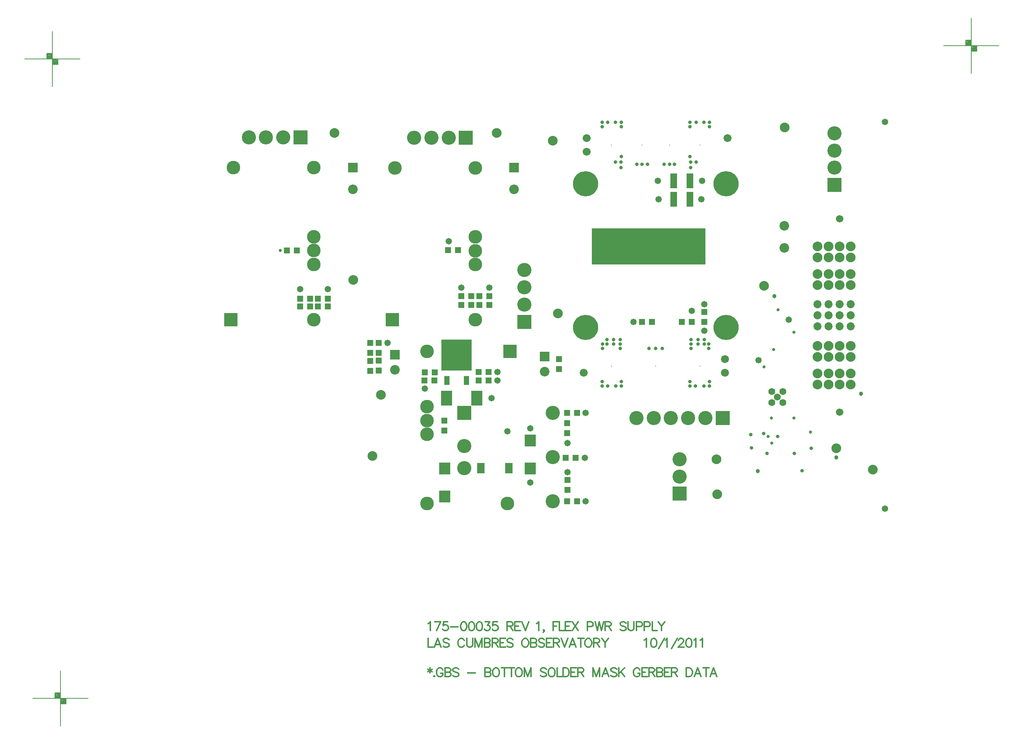
<source format=gbs>
%FSLAX23Y23*%
%MOIN*%
G70*
G01*
G75*
G04 Layer_Color=16711935*
%ADD10O,0.024X0.079*%
%ADD11R,0.036X0.036*%
%ADD12O,0.014X0.067*%
%ADD13R,0.059X0.039*%
%ADD14R,0.050X0.050*%
%ADD15C,0.010*%
%ADD16C,0.020*%
%ADD17C,0.012*%
%ADD18C,0.008*%
%ADD19C,0.012*%
%ADD20C,0.012*%
%ADD21C,0.032*%
%ADD22C,0.233*%
%ADD23C,0.220*%
%ADD24C,0.064*%
%ADD25C,0.020*%
%ADD26C,0.115*%
%ADD27R,0.115X0.115*%
%ADD28C,0.079*%
%ADD29C,0.080*%
%ADD30C,0.065*%
%ADD31C,0.059*%
%ADD32C,0.055*%
%ADD33R,0.120X0.120*%
%ADD34C,0.120*%
%ADD35R,0.120X0.120*%
%ADD36R,0.079X0.079*%
%ADD37C,0.050*%
%ADD38C,0.024*%
%ADD39C,0.030*%
%ADD40C,0.040*%
%ADD41C,0.072*%
%ADD42C,0.056*%
%ADD43C,0.206*%
%ADD44C,0.104*%
%ADD45C,0.118*%
G04:AMPARAMS|DCode=46|XSize=138mil|YSize=138mil|CornerRadius=0mil|HoleSize=0mil|Usage=FLASHONLY|Rotation=0.000|XOffset=0mil|YOffset=0mil|HoleType=Round|Shape=Relief|Width=10mil|Gap=10mil|Entries=4|*
%AMTHD46*
7,0,0,0.138,0.118,0.010,45*
%
%ADD46THD46*%
G04:AMPARAMS|DCode=47|XSize=107.244mil|YSize=107.244mil|CornerRadius=0mil|HoleSize=0mil|Usage=FLASHONLY|Rotation=0.000|XOffset=0mil|YOffset=0mil|HoleType=Round|Shape=Relief|Width=10mil|Gap=10mil|Entries=4|*
%AMTHD47*
7,0,0,0.107,0.087,0.010,45*
%
%ADD47THD47*%
G04:AMPARAMS|DCode=48|XSize=112mil|YSize=112mil|CornerRadius=0mil|HoleSize=0mil|Usage=FLASHONLY|Rotation=0.000|XOffset=0mil|YOffset=0mil|HoleType=Round|Shape=Relief|Width=10mil|Gap=10mil|Entries=4|*
%AMTHD48*
7,0,0,0.112,0.092,0.010,45*
%
%ADD48THD48*%
%ADD49C,0.092*%
%ADD50C,0.190*%
%ADD51C,0.073*%
%ADD52C,0.110*%
%ADD53C,0.087*%
G04:AMPARAMS|DCode=54|XSize=130mil|YSize=130mil|CornerRadius=0mil|HoleSize=0mil|Usage=FLASHONLY|Rotation=0.000|XOffset=0mil|YOffset=0mil|HoleType=Round|Shape=Relief|Width=10mil|Gap=10mil|Entries=4|*
%AMTHD54*
7,0,0,0.130,0.110,0.010,45*
%
%ADD54THD54*%
%ADD55C,0.150*%
%ADD56C,0.068*%
G04:AMPARAMS|DCode=57|XSize=88mil|YSize=88mil|CornerRadius=0mil|HoleSize=0mil|Usage=FLASHONLY|Rotation=0.000|XOffset=0mil|YOffset=0mil|HoleType=Round|Shape=Relief|Width=10mil|Gap=10mil|Entries=4|*
%AMTHD57*
7,0,0,0.088,0.068,0.010,45*
%
%ADD57THD57*%
%ADD58C,0.055*%
G04:AMPARAMS|DCode=59|XSize=100mil|YSize=100mil|CornerRadius=0mil|HoleSize=0mil|Usage=FLASHONLY|Rotation=0.000|XOffset=0mil|YOffset=0mil|HoleType=Round|Shape=Relief|Width=10mil|Gap=10mil|Entries=4|*
%AMTHD59*
7,0,0,0.100,0.080,0.010,45*
%
%ADD59THD59*%
G04:AMPARAMS|DCode=60|XSize=93.465mil|YSize=93.465mil|CornerRadius=0mil|HoleSize=0mil|Usage=FLASHONLY|Rotation=0.000|XOffset=0mil|YOffset=0mil|HoleType=Round|Shape=Relief|Width=10mil|Gap=10mil|Entries=4|*
%AMTHD60*
7,0,0,0.093,0.073,0.010,45*
%
%ADD60THD60*%
G04:AMPARAMS|DCode=61|XSize=70mil|YSize=70mil|CornerRadius=0mil|HoleSize=0mil|Usage=FLASHONLY|Rotation=0.000|XOffset=0mil|YOffset=0mil|HoleType=Round|Shape=Relief|Width=10mil|Gap=10mil|Entries=4|*
%AMTHD61*
7,0,0,0.070,0.050,0.010,45*
%
%ADD61THD61*%
G04:AMPARAMS|DCode=62|XSize=75mil|YSize=75mil|CornerRadius=0mil|HoleSize=0mil|Usage=FLASHONLY|Rotation=0.000|XOffset=0mil|YOffset=0mil|HoleType=Round|Shape=Relief|Width=10mil|Gap=10mil|Entries=4|*
%AMTHD62*
7,0,0,0.075,0.055,0.010,45*
%
%ADD62THD62*%
%ADD63R,0.037X0.075*%
%ADD64R,0.268X0.272*%
%ADD65R,0.094X0.102*%
%ADD66R,0.050X0.050*%
%ADD67R,0.094X0.130*%
%ADD68R,0.059X0.087*%
%ADD69R,0.055X0.130*%
%ADD70C,0.050*%
%ADD71C,0.025*%
%ADD72C,0.007*%
%ADD73C,0.010*%
%ADD74C,0.024*%
%ADD75C,0.010*%
%ADD76C,0.008*%
%ADD77C,0.006*%
%ADD78C,0.007*%
%ADD79R,0.190X0.123*%
%ADD80R,0.230X0.340*%
%ADD81R,0.240X0.280*%
%ADD82R,0.230X0.275*%
%ADD83R,0.230X0.315*%
%ADD84O,0.032X0.087*%
%ADD85R,0.044X0.044*%
%ADD86O,0.022X0.075*%
%ADD87R,0.067X0.047*%
%ADD88R,0.058X0.058*%
%ADD89C,0.241*%
%ADD90C,0.228*%
%ADD91C,0.028*%
%ADD92C,0.123*%
%ADD93R,0.123X0.123*%
%ADD94C,0.087*%
%ADD95C,0.088*%
%ADD96C,0.073*%
%ADD97C,0.067*%
%ADD98C,0.063*%
%ADD99R,0.128X0.128*%
%ADD100C,0.128*%
%ADD101R,0.128X0.128*%
%ADD102R,0.087X0.087*%
%ADD103C,0.058*%
%ADD104C,0.038*%
%ADD105R,1.028X0.327*%
%ADD106R,0.045X0.083*%
%ADD107R,0.276X0.280*%
%ADD108R,0.102X0.110*%
%ADD109R,0.058X0.058*%
%ADD110R,0.102X0.138*%
%ADD111R,0.067X0.095*%
%ADD112R,0.063X0.138*%
%ADD113C,0.008*%
D17*
X49088Y30644D02*
Y30598D01*
X49069Y30633D02*
X49107Y30610D01*
Y30633D02*
X49069Y30610D01*
X49127Y30572D02*
X49123Y30568D01*
X49127Y30564D01*
X49131Y30568D01*
X49127Y30572D01*
X49205Y30625D02*
X49201Y30633D01*
X49194Y30640D01*
X49186Y30644D01*
X49171D01*
X49163Y30640D01*
X49156Y30633D01*
X49152Y30625D01*
X49148Y30614D01*
Y30594D01*
X49152Y30583D01*
X49156Y30575D01*
X49163Y30568D01*
X49171Y30564D01*
X49186D01*
X49194Y30568D01*
X49201Y30575D01*
X49205Y30583D01*
Y30594D01*
X49186D02*
X49205D01*
X49224Y30644D02*
Y30564D01*
Y30644D02*
X49258D01*
X49269Y30640D01*
X49273Y30636D01*
X49277Y30629D01*
Y30621D01*
X49273Y30614D01*
X49269Y30610D01*
X49258Y30606D01*
X49224D02*
X49258D01*
X49269Y30602D01*
X49273Y30598D01*
X49277Y30591D01*
Y30579D01*
X49273Y30572D01*
X49269Y30568D01*
X49258Y30564D01*
X49224D01*
X49348Y30633D02*
X49340Y30640D01*
X49329Y30644D01*
X49314D01*
X49302Y30640D01*
X49295Y30633D01*
Y30625D01*
X49299Y30617D01*
X49302Y30614D01*
X49310Y30610D01*
X49333Y30602D01*
X49340Y30598D01*
X49344Y30594D01*
X49348Y30587D01*
Y30575D01*
X49340Y30568D01*
X49329Y30564D01*
X49314D01*
X49302Y30568D01*
X49295Y30575D01*
X49429Y30598D02*
X49497D01*
X49584Y30644D02*
Y30564D01*
Y30644D02*
X49618D01*
X49630Y30640D01*
X49633Y30636D01*
X49637Y30629D01*
Y30621D01*
X49633Y30614D01*
X49630Y30610D01*
X49618Y30606D01*
X49584D02*
X49618D01*
X49630Y30602D01*
X49633Y30598D01*
X49637Y30591D01*
Y30579D01*
X49633Y30572D01*
X49630Y30568D01*
X49618Y30564D01*
X49584D01*
X49678Y30644D02*
X49670Y30640D01*
X49663Y30633D01*
X49659Y30625D01*
X49655Y30614D01*
Y30594D01*
X49659Y30583D01*
X49663Y30575D01*
X49670Y30568D01*
X49678Y30564D01*
X49693D01*
X49701Y30568D01*
X49708Y30575D01*
X49712Y30583D01*
X49716Y30594D01*
Y30614D01*
X49712Y30625D01*
X49708Y30633D01*
X49701Y30640D01*
X49693Y30644D01*
X49678D01*
X49761D02*
Y30564D01*
X49735Y30644D02*
X49788D01*
X49824D02*
Y30564D01*
X49798Y30644D02*
X49851D01*
X49883D02*
X49876Y30640D01*
X49868Y30633D01*
X49864Y30625D01*
X49860Y30614D01*
Y30594D01*
X49864Y30583D01*
X49868Y30575D01*
X49876Y30568D01*
X49883Y30564D01*
X49898D01*
X49906Y30568D01*
X49914Y30575D01*
X49918Y30583D01*
X49921Y30594D01*
Y30614D01*
X49918Y30625D01*
X49914Y30633D01*
X49906Y30640D01*
X49898Y30644D01*
X49883D01*
X49940D02*
Y30564D01*
Y30644D02*
X49970Y30564D01*
X50001Y30644D02*
X49970Y30564D01*
X50001Y30644D02*
Y30564D01*
X50140Y30633D02*
X50132Y30640D01*
X50121Y30644D01*
X50106D01*
X50094Y30640D01*
X50087Y30633D01*
Y30625D01*
X50090Y30617D01*
X50094Y30614D01*
X50102Y30610D01*
X50125Y30602D01*
X50132Y30598D01*
X50136Y30594D01*
X50140Y30587D01*
Y30575D01*
X50132Y30568D01*
X50121Y30564D01*
X50106D01*
X50094Y30568D01*
X50087Y30575D01*
X50181Y30644D02*
X50173Y30640D01*
X50165Y30633D01*
X50162Y30625D01*
X50158Y30614D01*
Y30594D01*
X50162Y30583D01*
X50165Y30575D01*
X50173Y30568D01*
X50181Y30564D01*
X50196D01*
X50204Y30568D01*
X50211Y30575D01*
X50215Y30583D01*
X50219Y30594D01*
Y30614D01*
X50215Y30625D01*
X50211Y30633D01*
X50204Y30640D01*
X50196Y30644D01*
X50181D01*
X50237D02*
Y30564D01*
X50283D01*
X50292Y30644D02*
Y30564D01*
Y30644D02*
X50319D01*
X50330Y30640D01*
X50338Y30633D01*
X50341Y30625D01*
X50345Y30614D01*
Y30594D01*
X50341Y30583D01*
X50338Y30575D01*
X50330Y30568D01*
X50319Y30564D01*
X50292D01*
X50413Y30644D02*
X50363D01*
Y30564D01*
X50413D01*
X50363Y30606D02*
X50394D01*
X50426Y30644D02*
Y30564D01*
Y30644D02*
X50460D01*
X50472Y30640D01*
X50475Y30636D01*
X50479Y30629D01*
Y30621D01*
X50475Y30614D01*
X50472Y30610D01*
X50460Y30606D01*
X50426D01*
X50453D02*
X50479Y30564D01*
X50560Y30644D02*
Y30564D01*
Y30644D02*
X50591Y30564D01*
X50621Y30644D02*
X50591Y30564D01*
X50621Y30644D02*
Y30564D01*
X50705D02*
X50674Y30644D01*
X50644Y30564D01*
X50655Y30591D02*
X50693D01*
X50777Y30633D02*
X50769Y30640D01*
X50758Y30644D01*
X50742D01*
X50731Y30640D01*
X50723Y30633D01*
Y30625D01*
X50727Y30617D01*
X50731Y30614D01*
X50739Y30610D01*
X50762Y30602D01*
X50769Y30598D01*
X50773Y30594D01*
X50777Y30587D01*
Y30575D01*
X50769Y30568D01*
X50758Y30564D01*
X50742D01*
X50731Y30568D01*
X50723Y30575D01*
X50795Y30644D02*
Y30564D01*
X50848Y30644D02*
X50795Y30591D01*
X50814Y30610D02*
X50848Y30564D01*
X50986Y30625D02*
X50982Y30633D01*
X50974Y30640D01*
X50967Y30644D01*
X50952D01*
X50944Y30640D01*
X50936Y30633D01*
X50933Y30625D01*
X50929Y30614D01*
Y30594D01*
X50933Y30583D01*
X50936Y30575D01*
X50944Y30568D01*
X50952Y30564D01*
X50967D01*
X50974Y30568D01*
X50982Y30575D01*
X50986Y30583D01*
Y30594D01*
X50967D02*
X50986D01*
X51054Y30644D02*
X51004D01*
Y30564D01*
X51054D01*
X51004Y30606D02*
X51035D01*
X51067Y30644D02*
Y30564D01*
Y30644D02*
X51101D01*
X51113Y30640D01*
X51116Y30636D01*
X51120Y30629D01*
Y30621D01*
X51116Y30614D01*
X51113Y30610D01*
X51101Y30606D01*
X51067D01*
X51094D02*
X51120Y30564D01*
X51138Y30644D02*
Y30564D01*
Y30644D02*
X51172D01*
X51184Y30640D01*
X51188Y30636D01*
X51192Y30629D01*
Y30621D01*
X51188Y30614D01*
X51184Y30610D01*
X51172Y30606D01*
X51138D02*
X51172D01*
X51184Y30602D01*
X51188Y30598D01*
X51192Y30591D01*
Y30579D01*
X51188Y30572D01*
X51184Y30568D01*
X51172Y30564D01*
X51138D01*
X51259Y30644D02*
X51209D01*
Y30564D01*
X51259D01*
X51209Y30606D02*
X51240D01*
X51272Y30644D02*
Y30564D01*
Y30644D02*
X51307D01*
X51318Y30640D01*
X51322Y30636D01*
X51326Y30629D01*
Y30621D01*
X51322Y30614D01*
X51318Y30610D01*
X51307Y30606D01*
X51272D01*
X51299D02*
X51326Y30564D01*
X51406Y30644D02*
Y30564D01*
Y30644D02*
X51433D01*
X51444Y30640D01*
X51452Y30633D01*
X51456Y30625D01*
X51460Y30614D01*
Y30594D01*
X51456Y30583D01*
X51452Y30575D01*
X51444Y30568D01*
X51433Y30564D01*
X51406D01*
X51538D02*
X51508Y30644D01*
X51478Y30564D01*
X51489Y30591D02*
X51527D01*
X51584Y30644D02*
Y30564D01*
X51557Y30644D02*
X51610D01*
X51681Y30564D02*
X51650Y30644D01*
X51620Y30564D01*
X51631Y30591D02*
X51670D01*
D18*
X45497Y30370D02*
X45997D01*
X45747Y30120D02*
Y30620D01*
X45697Y30370D02*
Y30420D01*
X45747D01*
X45797Y30320D02*
Y30370D01*
X45747Y30320D02*
X45797D01*
X45752Y30365D02*
X45792D01*
Y30325D02*
Y30365D01*
X45752Y30325D02*
X45792D01*
X45752D02*
Y30365D01*
X45757Y30360D02*
X45787D01*
Y30330D02*
Y30360D01*
X45757Y30330D02*
X45787D01*
X45757D02*
Y30355D01*
X45762D02*
X45782D01*
Y30335D02*
Y30355D01*
X45762Y30335D02*
X45782D01*
X45762D02*
Y30350D01*
X45767D02*
X45777D01*
Y30340D02*
Y30350D01*
X45767Y30340D02*
X45777D01*
X45767D02*
Y30350D01*
Y30345D02*
X45777D01*
X45702Y30415D02*
X45742D01*
Y30375D02*
Y30415D01*
X45702Y30375D02*
X45742D01*
X45702D02*
Y30415D01*
X45707Y30410D02*
X45737D01*
Y30380D02*
Y30410D01*
X45707Y30380D02*
X45737D01*
X45707D02*
Y30405D01*
X45712D02*
X45732D01*
Y30385D02*
Y30405D01*
X45712Y30385D02*
X45732D01*
X45712D02*
Y30400D01*
X45717D02*
X45727D01*
Y30390D02*
Y30400D01*
X45717Y30390D02*
X45727D01*
X45717D02*
Y30400D01*
Y30395D02*
X45727D01*
X45426Y36157D02*
X45926D01*
X45676Y35907D02*
Y36407D01*
X45626Y36157D02*
Y36207D01*
X45676D01*
X45726Y36107D02*
Y36157D01*
X45676Y36107D02*
X45726D01*
X45681Y36152D02*
X45721D01*
Y36112D02*
Y36152D01*
X45681Y36112D02*
X45721D01*
X45681D02*
Y36152D01*
X45686Y36147D02*
X45716D01*
Y36117D02*
Y36147D01*
X45686Y36117D02*
X45716D01*
X45686D02*
Y36142D01*
X45691D02*
X45711D01*
Y36122D02*
Y36142D01*
X45691Y36122D02*
X45711D01*
X45691D02*
Y36137D01*
X45696D02*
X45706D01*
Y36127D02*
Y36137D01*
X45696Y36127D02*
X45706D01*
X45696D02*
Y36137D01*
Y36132D02*
X45706D01*
X45631Y36202D02*
X45671D01*
Y36162D02*
Y36202D01*
X45631Y36162D02*
X45671D01*
X45631D02*
Y36202D01*
X45636Y36197D02*
X45666D01*
Y36167D02*
Y36197D01*
X45636Y36167D02*
X45666D01*
X45636D02*
Y36192D01*
X45641D02*
X45661D01*
Y36172D02*
Y36192D01*
X45641Y36172D02*
X45661D01*
X45641D02*
Y36187D01*
X45646D02*
X45656D01*
Y36177D02*
Y36187D01*
X45646Y36177D02*
X45656D01*
X45646D02*
Y36187D01*
Y36182D02*
X45656D01*
X53733Y36275D02*
X54233D01*
X53983Y36025D02*
Y36525D01*
X53933Y36275D02*
Y36325D01*
X53983D01*
X54033Y36225D02*
Y36275D01*
X53983Y36225D02*
X54033D01*
X53988Y36270D02*
X54028D01*
Y36230D02*
Y36270D01*
X53988Y36230D02*
X54028D01*
X53988D02*
Y36270D01*
X53993Y36265D02*
X54023D01*
Y36235D02*
Y36265D01*
X53993Y36235D02*
X54023D01*
X53993D02*
Y36260D01*
X53998D02*
X54018D01*
Y36240D02*
Y36260D01*
X53998Y36240D02*
X54018D01*
X53998D02*
Y36255D01*
X54003D02*
X54013D01*
Y36245D02*
Y36255D01*
X54003Y36245D02*
X54013D01*
X54003D02*
Y36255D01*
Y36250D02*
X54013D01*
X53938Y36320D02*
X53978D01*
Y36280D02*
Y36320D01*
X53938Y36280D02*
X53978D01*
X53938D02*
Y36320D01*
X53943Y36315D02*
X53973D01*
Y36285D02*
Y36315D01*
X53943Y36285D02*
X53973D01*
X53943D02*
Y36310D01*
X53948D02*
X53968D01*
Y36290D02*
Y36310D01*
X53948Y36290D02*
X53968D01*
X53948D02*
Y36305D01*
X53953D02*
X53963D01*
Y36295D02*
Y36305D01*
X53953Y36295D02*
X53963D01*
X53953D02*
Y36305D01*
Y36300D02*
X53963D01*
D19*
X49073Y31045D02*
X49081Y31049D01*
X49092Y31061D01*
Y30981D01*
X49185Y31061D02*
X49147Y30981D01*
X49132Y31061D02*
X49185D01*
X49249D02*
X49211D01*
X49207Y31026D01*
X49211Y31030D01*
X49222Y31034D01*
X49233D01*
X49245Y31030D01*
X49252Y31022D01*
X49256Y31011D01*
Y31003D01*
X49252Y30992D01*
X49245Y30984D01*
X49233Y30981D01*
X49222D01*
X49211Y30984D01*
X49207Y30988D01*
X49203Y30996D01*
X49274Y31015D02*
X49343D01*
X49389Y31061D02*
X49378Y31057D01*
X49370Y31045D01*
X49366Y31026D01*
Y31015D01*
X49370Y30996D01*
X49378Y30984D01*
X49389Y30981D01*
X49397D01*
X49408Y30984D01*
X49416Y30996D01*
X49420Y31015D01*
Y31026D01*
X49416Y31045D01*
X49408Y31057D01*
X49397Y31061D01*
X49389D01*
X49460D02*
X49449Y31057D01*
X49441Y31045D01*
X49438Y31026D01*
Y31015D01*
X49441Y30996D01*
X49449Y30984D01*
X49460Y30981D01*
X49468D01*
X49479Y30984D01*
X49487Y30996D01*
X49491Y31015D01*
Y31026D01*
X49487Y31045D01*
X49479Y31057D01*
X49468Y31061D01*
X49460D01*
X49532D02*
X49520Y31057D01*
X49513Y31045D01*
X49509Y31026D01*
Y31015D01*
X49513Y30996D01*
X49520Y30984D01*
X49532Y30981D01*
X49539D01*
X49551Y30984D01*
X49558Y30996D01*
X49562Y31015D01*
Y31026D01*
X49558Y31045D01*
X49551Y31057D01*
X49539Y31061D01*
X49532D01*
X49588D02*
X49629D01*
X49607Y31030D01*
X49618D01*
X49626Y31026D01*
X49629Y31022D01*
X49633Y31011D01*
Y31003D01*
X49629Y30992D01*
X49622Y30984D01*
X49610Y30981D01*
X49599D01*
X49588Y30984D01*
X49584Y30988D01*
X49580Y30996D01*
X49697Y31061D02*
X49659D01*
X49655Y31026D01*
X49659Y31030D01*
X49670Y31034D01*
X49682D01*
X49693Y31030D01*
X49701Y31022D01*
X49705Y31011D01*
Y31003D01*
X49701Y30992D01*
X49693Y30984D01*
X49682Y30981D01*
X49670D01*
X49659Y30984D01*
X49655Y30988D01*
X49651Y30996D01*
X49785Y31061D02*
Y30981D01*
Y31061D02*
X49820D01*
X49831Y31057D01*
X49835Y31053D01*
X49839Y31045D01*
Y31038D01*
X49835Y31030D01*
X49831Y31026D01*
X49820Y31022D01*
X49785D01*
X49812D02*
X49839Y30981D01*
X49906Y31061D02*
X49856D01*
Y30981D01*
X49906D01*
X49856Y31022D02*
X49887D01*
X49919Y31061D02*
X49950Y30981D01*
X49980Y31061D02*
X49950Y30981D01*
X50053Y31045D02*
X50061Y31049D01*
X50072Y31061D01*
Y30981D01*
X50120Y30984D02*
X50116Y30981D01*
X50112Y30984D01*
X50116Y30988D01*
X50120Y30984D01*
Y30977D01*
X50116Y30969D01*
X50112Y30965D01*
X50200Y31061D02*
Y30981D01*
Y31061D02*
X50250D01*
X50200Y31022D02*
X50230D01*
X50259Y31061D02*
Y30981D01*
X50304D01*
X50363Y31061D02*
X50313D01*
Y30981D01*
X50363D01*
X50313Y31022D02*
X50344D01*
X50376Y31061D02*
X50429Y30981D01*
Y31061D02*
X50376Y30981D01*
X50510Y31019D02*
X50544D01*
X50556Y31022D01*
X50560Y31026D01*
X50563Y31034D01*
Y31045D01*
X50560Y31053D01*
X50556Y31057D01*
X50544Y31061D01*
X50510D01*
Y30981D01*
X50581Y31061D02*
X50600Y30981D01*
X50619Y31061D02*
X50600Y30981D01*
X50619Y31061D02*
X50638Y30981D01*
X50657Y31061D02*
X50638Y30981D01*
X50673Y31061D02*
Y30981D01*
Y31061D02*
X50708D01*
X50719Y31057D01*
X50723Y31053D01*
X50727Y31045D01*
Y31038D01*
X50723Y31030D01*
X50719Y31026D01*
X50708Y31022D01*
X50673D01*
X50700D02*
X50727Y30981D01*
X50861Y31049D02*
X50853Y31057D01*
X50842Y31061D01*
X50827D01*
X50815Y31057D01*
X50808Y31049D01*
Y31042D01*
X50811Y31034D01*
X50815Y31030D01*
X50823Y31026D01*
X50846Y31019D01*
X50853Y31015D01*
X50857Y31011D01*
X50861Y31003D01*
Y30992D01*
X50853Y30984D01*
X50842Y30981D01*
X50827D01*
X50815Y30984D01*
X50808Y30992D01*
X50879Y31061D02*
Y31003D01*
X50883Y30992D01*
X50890Y30984D01*
X50902Y30981D01*
X50909D01*
X50921Y30984D01*
X50928Y30992D01*
X50932Y31003D01*
Y31061D01*
X50954Y31019D02*
X50988D01*
X51000Y31022D01*
X51004Y31026D01*
X51007Y31034D01*
Y31045D01*
X51004Y31053D01*
X51000Y31057D01*
X50988Y31061D01*
X50954D01*
Y30981D01*
X51025Y31019D02*
X51060D01*
X51071Y31022D01*
X51075Y31026D01*
X51079Y31034D01*
Y31045D01*
X51075Y31053D01*
X51071Y31057D01*
X51060Y31061D01*
X51025D01*
Y30981D01*
X51097Y31061D02*
Y30981D01*
X51142D01*
X51151Y31061D02*
X51182Y31022D01*
Y30981D01*
X51212Y31061D02*
X51182Y31022D01*
D20*
X49073Y30911D02*
Y30831D01*
X49119D01*
X49188D02*
X49158Y30911D01*
X49127Y30831D01*
X49139Y30857D02*
X49177D01*
X49260Y30899D02*
X49253Y30907D01*
X49241Y30911D01*
X49226D01*
X49215Y30907D01*
X49207Y30899D01*
Y30892D01*
X49211Y30884D01*
X49215Y30880D01*
X49222Y30876D01*
X49245Y30869D01*
X49253Y30865D01*
X49257Y30861D01*
X49260Y30853D01*
Y30842D01*
X49253Y30834D01*
X49241Y30831D01*
X49226D01*
X49215Y30834D01*
X49207Y30842D01*
X49398Y30892D02*
X49394Y30899D01*
X49387Y30907D01*
X49379Y30911D01*
X49364D01*
X49356Y30907D01*
X49349Y30899D01*
X49345Y30892D01*
X49341Y30880D01*
Y30861D01*
X49345Y30850D01*
X49349Y30842D01*
X49356Y30834D01*
X49364Y30831D01*
X49379D01*
X49387Y30834D01*
X49394Y30842D01*
X49398Y30850D01*
X49421Y30911D02*
Y30853D01*
X49425Y30842D01*
X49432Y30834D01*
X49444Y30831D01*
X49451D01*
X49463Y30834D01*
X49470Y30842D01*
X49474Y30853D01*
Y30911D01*
X49496D02*
Y30831D01*
Y30911D02*
X49527Y30831D01*
X49557Y30911D02*
X49527Y30831D01*
X49557Y30911D02*
Y30831D01*
X49580Y30911D02*
Y30831D01*
Y30911D02*
X49614D01*
X49626Y30907D01*
X49629Y30903D01*
X49633Y30895D01*
Y30888D01*
X49629Y30880D01*
X49626Y30876D01*
X49614Y30872D01*
X49580D02*
X49614D01*
X49626Y30869D01*
X49629Y30865D01*
X49633Y30857D01*
Y30846D01*
X49629Y30838D01*
X49626Y30834D01*
X49614Y30831D01*
X49580D01*
X49651Y30911D02*
Y30831D01*
Y30911D02*
X49685D01*
X49697Y30907D01*
X49701Y30903D01*
X49705Y30895D01*
Y30888D01*
X49701Y30880D01*
X49697Y30876D01*
X49685Y30872D01*
X49651D01*
X49678D02*
X49705Y30831D01*
X49772Y30911D02*
X49722D01*
Y30831D01*
X49772D01*
X49722Y30872D02*
X49753D01*
X49839Y30899D02*
X49831Y30907D01*
X49820Y30911D01*
X49804D01*
X49793Y30907D01*
X49785Y30899D01*
Y30892D01*
X49789Y30884D01*
X49793Y30880D01*
X49800Y30876D01*
X49823Y30869D01*
X49831Y30865D01*
X49835Y30861D01*
X49839Y30853D01*
Y30842D01*
X49831Y30834D01*
X49820Y30831D01*
X49804D01*
X49793Y30834D01*
X49785Y30842D01*
X49942Y30911D02*
X49935Y30907D01*
X49927Y30899D01*
X49923Y30892D01*
X49919Y30880D01*
Y30861D01*
X49923Y30850D01*
X49927Y30842D01*
X49935Y30834D01*
X49942Y30831D01*
X49957D01*
X49965Y30834D01*
X49973Y30842D01*
X49976Y30850D01*
X49980Y30861D01*
Y30880D01*
X49976Y30892D01*
X49973Y30899D01*
X49965Y30907D01*
X49957Y30911D01*
X49942D01*
X49999D02*
Y30831D01*
Y30911D02*
X50033D01*
X50045Y30907D01*
X50048Y30903D01*
X50052Y30895D01*
Y30888D01*
X50048Y30880D01*
X50045Y30876D01*
X50033Y30872D01*
X49999D02*
X50033D01*
X50045Y30869D01*
X50048Y30865D01*
X50052Y30857D01*
Y30846D01*
X50048Y30838D01*
X50045Y30834D01*
X50033Y30831D01*
X49999D01*
X50123Y30899D02*
X50116Y30907D01*
X50104Y30911D01*
X50089D01*
X50078Y30907D01*
X50070Y30899D01*
Y30892D01*
X50074Y30884D01*
X50078Y30880D01*
X50085Y30876D01*
X50108Y30869D01*
X50116Y30865D01*
X50120Y30861D01*
X50123Y30853D01*
Y30842D01*
X50116Y30834D01*
X50104Y30831D01*
X50089D01*
X50078Y30834D01*
X50070Y30842D01*
X50191Y30911D02*
X50141D01*
Y30831D01*
X50191D01*
X50141Y30872D02*
X50172D01*
X50204Y30911D02*
Y30831D01*
Y30911D02*
X50238D01*
X50250Y30907D01*
X50254Y30903D01*
X50258Y30895D01*
Y30888D01*
X50254Y30880D01*
X50250Y30876D01*
X50238Y30872D01*
X50204D01*
X50231D02*
X50258Y30831D01*
X50275Y30911D02*
X50306Y30831D01*
X50336Y30911D02*
X50306Y30831D01*
X50408D02*
X50377Y30911D01*
X50347Y30831D01*
X50358Y30857D02*
X50396D01*
X50453Y30911D02*
Y30831D01*
X50426Y30911D02*
X50480D01*
X50512D02*
X50504Y30907D01*
X50497Y30899D01*
X50493Y30892D01*
X50489Y30880D01*
Y30861D01*
X50493Y30850D01*
X50497Y30842D01*
X50504Y30834D01*
X50512Y30831D01*
X50527D01*
X50535Y30834D01*
X50542Y30842D01*
X50546Y30850D01*
X50550Y30861D01*
Y30880D01*
X50546Y30892D01*
X50542Y30899D01*
X50535Y30907D01*
X50527Y30911D01*
X50512D01*
X50569D02*
Y30831D01*
Y30911D02*
X50603D01*
X50614Y30907D01*
X50618Y30903D01*
X50622Y30895D01*
Y30888D01*
X50618Y30880D01*
X50614Y30876D01*
X50603Y30872D01*
X50569D01*
X50595D02*
X50622Y30831D01*
X50640Y30911D02*
X50670Y30872D01*
Y30831D01*
X50701Y30911D02*
X50670Y30872D01*
X51025Y30895D02*
X51033Y30899D01*
X51044Y30911D01*
Y30831D01*
X51107Y30911D02*
X51095Y30907D01*
X51088Y30895D01*
X51084Y30876D01*
Y30865D01*
X51088Y30846D01*
X51095Y30834D01*
X51107Y30831D01*
X51114D01*
X51126Y30834D01*
X51134Y30846D01*
X51137Y30865D01*
Y30876D01*
X51134Y30895D01*
X51126Y30907D01*
X51114Y30911D01*
X51107D01*
X51155Y30819D02*
X51209Y30911D01*
X51214Y30895D02*
X51222Y30899D01*
X51233Y30911D01*
Y30831D01*
X51273Y30819D02*
X51326Y30911D01*
X51335Y30892D02*
Y30895D01*
X51339Y30903D01*
X51343Y30907D01*
X51350Y30911D01*
X51365D01*
X51373Y30907D01*
X51377Y30903D01*
X51381Y30895D01*
Y30888D01*
X51377Y30880D01*
X51369Y30869D01*
X51331Y30831D01*
X51385D01*
X51425Y30911D02*
X51414Y30907D01*
X51406Y30895D01*
X51402Y30876D01*
Y30865D01*
X51406Y30846D01*
X51414Y30834D01*
X51425Y30831D01*
X51433D01*
X51444Y30834D01*
X51452Y30846D01*
X51456Y30865D01*
Y30876D01*
X51452Y30895D01*
X51444Y30907D01*
X51433Y30911D01*
X51425D01*
X51474Y30895D02*
X51481Y30899D01*
X51493Y30911D01*
Y30831D01*
X51532Y30895D02*
X51540Y30899D01*
X51551Y30911D01*
Y30831D01*
D21*
X51439Y33197D02*
D03*
Y33237D02*
D03*
X51489Y33197D02*
D03*
X51614D02*
D03*
X51564D02*
D03*
X51614Y33237D02*
D03*
X51569Y33617D02*
D03*
X51512D02*
D03*
X51449D02*
D03*
Y33577D02*
D03*
Y33537D02*
D03*
X51512Y33577D02*
D03*
X51569D02*
D03*
X51609D02*
D03*
Y33537D02*
D03*
X51069D02*
D03*
X51189D02*
D03*
X51129D02*
D03*
X50649D02*
D03*
Y33577D02*
D03*
X50689D02*
D03*
X50747D02*
D03*
X50809Y33537D02*
D03*
Y33577D02*
D03*
Y33617D02*
D03*
X50747D02*
D03*
X50689D02*
D03*
X50644Y33237D02*
D03*
X50694Y33197D02*
D03*
X50644D02*
D03*
X50769D02*
D03*
X50819Y33237D02*
D03*
Y33197D02*
D03*
X51614Y35542D02*
D03*
X51564Y35582D02*
D03*
X51614D02*
D03*
X51494D02*
D03*
X51439Y35542D02*
D03*
Y35582D02*
D03*
X51494Y35222D02*
D03*
X51439Y35272D02*
D03*
X51444Y35222D02*
D03*
Y35172D02*
D03*
X51254Y35202D02*
D03*
X51299D02*
D03*
X51204D02*
D03*
X51054D02*
D03*
X50959D02*
D03*
X51004D02*
D03*
X50814Y35172D02*
D03*
Y35222D02*
D03*
X50819Y35272D02*
D03*
X50764Y35222D02*
D03*
X50819Y35582D02*
D03*
Y35542D02*
D03*
X50764Y35582D02*
D03*
X50644D02*
D03*
X50694D02*
D03*
X50644Y35542D02*
D03*
X52233Y32738D02*
D03*
X51989Y32756D02*
D03*
X51995Y32634D02*
D03*
X52534Y32632D02*
D03*
X52105Y32764D02*
D03*
X52451Y32430D02*
D03*
X52135Y32585D02*
D03*
X52381Y32584D02*
D03*
D41*
X51779Y35440D02*
D03*
X50504Y35315D02*
D03*
Y35440D02*
D03*
X51754Y33314D02*
D03*
Y33439D02*
D03*
X50479Y33314D02*
D03*
D88*
X49219Y32791D02*
D03*
Y32881D02*
D03*
X48624Y33496D02*
D03*
Y33586D02*
D03*
X48549Y33496D02*
D03*
Y33586D02*
D03*
Y33423D02*
D03*
Y33333D02*
D03*
X48624Y33424D02*
D03*
Y33334D02*
D03*
X50254Y33439D02*
D03*
Y33349D02*
D03*
X51569Y33776D02*
D03*
Y33866D02*
D03*
X50331Y32254D02*
D03*
Y32344D02*
D03*
X50329Y32770D02*
D03*
Y32860D02*
D03*
D90*
X51764Y33727D02*
D03*
Y35027D02*
D03*
X50494D02*
D03*
Y33727D02*
D03*
D91*
X49428Y33377D02*
D03*
X49369D02*
D03*
X49310D02*
D03*
X49251D02*
D03*
X49231Y33436D02*
D03*
X49290D02*
D03*
X49349D02*
D03*
X49408D02*
D03*
X49428Y33495D02*
D03*
X49369D02*
D03*
X49310D02*
D03*
X49251D02*
D03*
X49231Y33554D02*
D03*
X49290D02*
D03*
X49349D02*
D03*
X49408D02*
D03*
X47734Y34421D02*
D03*
X52176Y32905D02*
D03*
X52378Y32906D02*
D03*
Y33681D02*
D03*
X52235Y33887D02*
D03*
X52196Y33527D02*
D03*
X52107Y33368D02*
D03*
X52146Y32740D02*
D03*
X52179Y32678D02*
D03*
X52529Y32780D02*
D03*
D92*
X48772Y35170D02*
D03*
X49497D02*
D03*
Y34545D02*
D03*
Y34420D02*
D03*
Y34295D02*
D03*
Y33795D02*
D03*
X49062Y33508D02*
D03*
Y33008D02*
D03*
Y32883D02*
D03*
Y32758D02*
D03*
Y32133D02*
D03*
X49787D02*
D03*
X47313Y35172D02*
D03*
X48038D02*
D03*
Y34547D02*
D03*
Y34422D02*
D03*
Y34297D02*
D03*
Y33797D02*
D03*
D93*
X48747Y33795D02*
D03*
X49812Y33508D02*
D03*
X47288Y33797D02*
D03*
D94*
X52290Y34444D02*
D03*
Y34644D02*
D03*
X50125Y33325D02*
D03*
X49849Y34976D02*
D03*
X48772Y33342D02*
D03*
X48392Y34976D02*
D03*
D95*
X52893Y33560D02*
D03*
X52793D02*
D03*
X52693D02*
D03*
X52593D02*
D03*
Y33460D02*
D03*
X52693D02*
D03*
X52793D02*
D03*
X52893D02*
D03*
X52593Y33310D02*
D03*
X52693D02*
D03*
X52793D02*
D03*
X52893D02*
D03*
X52593Y33210D02*
D03*
X52693D02*
D03*
X52793D02*
D03*
X52893D02*
D03*
Y34110D02*
D03*
X52793D02*
D03*
X52693D02*
D03*
X52593D02*
D03*
X52893Y34210D02*
D03*
X52793D02*
D03*
X52693D02*
D03*
X52593D02*
D03*
X52893Y34360D02*
D03*
X52793D02*
D03*
X52693D02*
D03*
X52593D02*
D03*
Y34460D02*
D03*
X52693D02*
D03*
X52793D02*
D03*
X52893D02*
D03*
X48644Y33116D02*
D03*
X48569Y32561D02*
D03*
X52762Y32631D02*
D03*
X50199Y35416D02*
D03*
X48394Y34156D02*
D03*
X52294Y35536D02*
D03*
X53093Y32440D02*
D03*
X52109Y34101D02*
D03*
X48225Y35485D02*
D03*
X49691D02*
D03*
X51684Y32216D02*
D03*
X51679Y32531D02*
D03*
X50244Y33851D02*
D03*
D96*
X52593Y33935D02*
D03*
X52693D02*
D03*
X52793D02*
D03*
X52893D02*
D03*
X52593Y33835D02*
D03*
X52693D02*
D03*
X52793D02*
D03*
X52893D02*
D03*
X52593Y33735D02*
D03*
X52693D02*
D03*
X52793D02*
D03*
X52893D02*
D03*
D97*
X52793Y34710D02*
D03*
Y32960D02*
D03*
D98*
X52228Y33097D02*
D03*
X52278Y33147D02*
D03*
X52178D02*
D03*
Y33047D02*
D03*
X52278D02*
D03*
D99*
X51734Y32906D02*
D03*
X49399Y32951D02*
D03*
X47918Y35446D02*
D03*
X49413Y35441D02*
D03*
D100*
X51578Y32906D02*
D03*
X51422D02*
D03*
X51266D02*
D03*
X51110D02*
D03*
X50954D02*
D03*
X49942Y34244D02*
D03*
Y33932D02*
D03*
Y34088D02*
D03*
X51345Y32377D02*
D03*
Y32533D02*
D03*
X50199Y32951D02*
D03*
Y32551D02*
D03*
Y32151D02*
D03*
X49399Y32451D02*
D03*
Y32651D02*
D03*
X52744Y35483D02*
D03*
Y35171D02*
D03*
Y35327D02*
D03*
X47450Y35446D02*
D03*
X47762D02*
D03*
X47606D02*
D03*
X48945Y35441D02*
D03*
X49257D02*
D03*
X49101D02*
D03*
D101*
X49942Y33776D02*
D03*
X51345Y32221D02*
D03*
X52744Y35015D02*
D03*
D102*
X50125Y33463D02*
D03*
X49849Y35173D02*
D03*
X48772Y33480D02*
D03*
X48392Y35173D02*
D03*
D103*
X53203Y32085D02*
D03*
Y35585D02*
D03*
X51569Y33935D02*
D03*
X50927Y33775D02*
D03*
X49994Y32811D02*
D03*
X50494Y32951D02*
D03*
Y32151D02*
D03*
X50487Y32544D02*
D03*
X50331Y32678D02*
D03*
X50332Y32417D02*
D03*
X49994Y32322D02*
D03*
X49257Y34504D02*
D03*
X49787Y32786D02*
D03*
X49625Y34086D02*
D03*
X49371D02*
D03*
X49699Y33246D02*
D03*
Y33321D02*
D03*
X49644Y33086D02*
D03*
X49041Y33171D02*
D03*
X48704Y33586D02*
D03*
X47915Y34071D02*
D03*
X48164D02*
D03*
X51547Y35053D02*
D03*
X51542Y34886D02*
D03*
X51155D02*
D03*
X51147Y35053D02*
D03*
X51569Y33696D02*
D03*
X51454Y33876D02*
D03*
X52058Y33429D02*
D03*
X52333Y33795D02*
D03*
D104*
X52762Y32550D02*
D03*
X52986Y33126D02*
D03*
X52051Y32426D02*
D03*
X52200Y34010D02*
D03*
D105*
X51066Y34458D02*
D03*
D106*
X49419Y33245D02*
D03*
X49240D02*
D03*
D107*
X49329Y33475D02*
D03*
D108*
X49221Y32449D02*
D03*
Y32196D02*
D03*
X49994Y32450D02*
D03*
Y32702D02*
D03*
D109*
X50316Y32544D02*
D03*
X50406D02*
D03*
X49129Y33245D02*
D03*
X49039D02*
D03*
X48164Y33916D02*
D03*
X48074D02*
D03*
X51364Y33776D02*
D03*
X51454D02*
D03*
X51094Y33775D02*
D03*
X51004D02*
D03*
X50419Y32151D02*
D03*
X50329D02*
D03*
Y32951D02*
D03*
X50419D02*
D03*
X49619Y33321D02*
D03*
X49529D02*
D03*
X47915Y33916D02*
D03*
X48005D02*
D03*
X47915Y33986D02*
D03*
X48005D02*
D03*
X48164D02*
D03*
X48074D02*
D03*
X49371Y34010D02*
D03*
X49461D02*
D03*
X49371Y33929D02*
D03*
X49461D02*
D03*
X49625Y34010D02*
D03*
X49535D02*
D03*
X49624Y33929D02*
D03*
X49534D02*
D03*
X49131Y33318D02*
D03*
X49041D02*
D03*
X49619Y33245D02*
D03*
X49529D02*
D03*
X47796Y34422D02*
D03*
X47886D02*
D03*
X49253Y34425D02*
D03*
X49343D02*
D03*
D110*
X49513Y33086D02*
D03*
X49239D02*
D03*
D111*
X49548Y32451D02*
D03*
X49800D02*
D03*
D112*
X51439Y35052D02*
D03*
X51290D02*
D03*
X51439Y34886D02*
D03*
X51290D02*
D03*
D113*
X51529Y35377D02*
D03*
X51254D02*
D03*
X51004D02*
D03*
X50729D02*
D03*
X51129Y33377D02*
D03*
X51529D02*
D03*
X50729D02*
D03*
M02*

</source>
